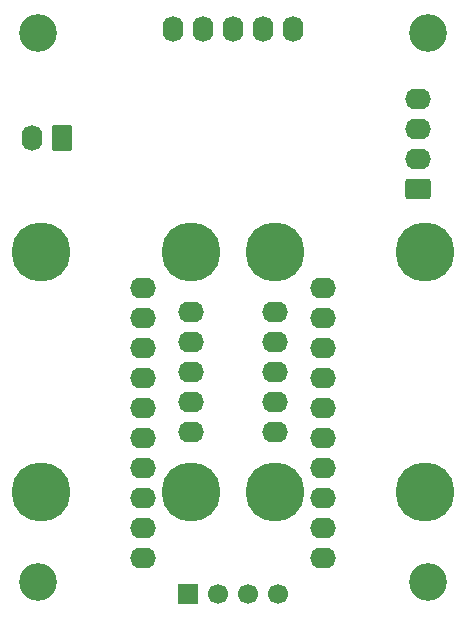
<source format=gbr>
%TF.GenerationSoftware,KiCad,Pcbnew,9.0.4*%
%TF.CreationDate,2025-10-10T16:09:38+02:00*%
%TF.ProjectId,ali-sensor,616c692d-7365-46e7-936f-722e6b696361,rev?*%
%TF.SameCoordinates,Original*%
%TF.FileFunction,Soldermask,Top*%
%TF.FilePolarity,Negative*%
%FSLAX46Y46*%
G04 Gerber Fmt 4.6, Leading zero omitted, Abs format (unit mm)*
G04 Created by KiCad (PCBNEW 9.0.4) date 2025-10-10 16:09:38*
%MOMM*%
%LPD*%
G01*
G04 APERTURE LIST*
G04 Aperture macros list*
%AMRoundRect*
0 Rectangle with rounded corners*
0 $1 Rounding radius*
0 $2 $3 $4 $5 $6 $7 $8 $9 X,Y pos of 4 corners*
0 Add a 4 corners polygon primitive as box body*
4,1,4,$2,$3,$4,$5,$6,$7,$8,$9,$2,$3,0*
0 Add four circle primitives for the rounded corners*
1,1,$1+$1,$2,$3*
1,1,$1+$1,$4,$5*
1,1,$1+$1,$6,$7*
1,1,$1+$1,$8,$9*
0 Add four rect primitives between the rounded corners*
20,1,$1+$1,$2,$3,$4,$5,0*
20,1,$1+$1,$4,$5,$6,$7,0*
20,1,$1+$1,$6,$7,$8,$9,0*
20,1,$1+$1,$8,$9,$2,$3,0*%
G04 Aperture macros list end*
%ADD10C,3.200000*%
%ADD11O,2.190000X1.740000*%
%ADD12RoundRect,0.250000X0.620000X0.845000X-0.620000X0.845000X-0.620000X-0.845000X0.620000X-0.845000X0*%
%ADD13O,1.740000X2.190000*%
%ADD14C,5.000000*%
%ADD15R,1.700000X1.700000*%
%ADD16C,1.700000*%
%ADD17RoundRect,0.250000X0.845000X-0.620000X0.845000X0.620000X-0.845000X0.620000X-0.845000X-0.620000X0*%
G04 APERTURE END LIST*
D10*
%TO.C,H1*%
X168910000Y-80010000D03*
%TD*%
D11*
%TO.C,U1*%
X160020000Y-124460000D03*
X160020000Y-121920000D03*
X160020000Y-119380000D03*
X160020000Y-116840000D03*
X160020000Y-114300000D03*
X160020000Y-111760000D03*
X160020000Y-109220000D03*
X160020000Y-106680000D03*
X160020000Y-104140000D03*
X160020000Y-101600000D03*
X144780000Y-124460000D03*
X144780000Y-121920000D03*
X144780000Y-119380000D03*
X144780000Y-116840000D03*
X144780000Y-114300000D03*
X144780000Y-111760000D03*
X144780000Y-109220000D03*
X144780000Y-106680000D03*
X144780000Y-104140000D03*
X144780000Y-101600000D03*
%TD*%
D12*
%TO.C,J3*%
X137927000Y-88880000D03*
D13*
X135387000Y-88880000D03*
%TD*%
D10*
%TO.C,H3*%
X168910000Y-126492000D03*
%TD*%
D13*
%TO.C,U2*%
X147320000Y-79629000D03*
X149860000Y-79629000D03*
X152400000Y-79629000D03*
X154940000Y-79629000D03*
X157480000Y-79629000D03*
%TD*%
D10*
%TO.C,H2*%
X135890000Y-126492000D03*
%TD*%
%TO.C,H4*%
X135890000Y-80010000D03*
%TD*%
D14*
%TO.C,U3*%
X148844000Y-98552000D03*
X136144000Y-98552000D03*
X148844000Y-118872000D03*
X136144000Y-118872000D03*
D11*
X148844000Y-103632000D03*
X148844000Y-106172000D03*
X148844000Y-108712000D03*
X148844000Y-111252000D03*
X148844000Y-113792000D03*
%TD*%
D15*
%TO.C,J1*%
X148590000Y-127508000D03*
D16*
X151130000Y-127508000D03*
X153670000Y-127508000D03*
X156210000Y-127508000D03*
%TD*%
D17*
%TO.C,J2*%
X168128000Y-93218000D03*
D11*
X168128000Y-90678000D03*
X168128000Y-88138000D03*
X168128000Y-85598000D03*
%TD*%
D14*
%TO.C,U4*%
X155956000Y-118872000D03*
X168656000Y-118872000D03*
X155956000Y-98552000D03*
X168656000Y-98552000D03*
D11*
X155956000Y-113792000D03*
X155956000Y-111252000D03*
X155956000Y-108712000D03*
X155956000Y-106172000D03*
X155956000Y-103632000D03*
%TD*%
M02*

</source>
